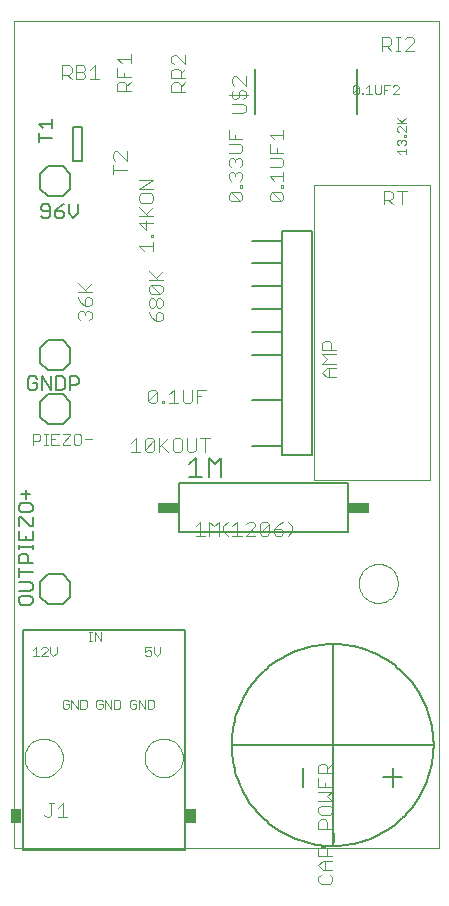
<source format=gto>
G75*
%MOIN*%
%OFA0B0*%
%FSLAX24Y24*%
%IPPOS*%
%LPD*%
%AMOC8*
5,1,8,0,0,1.08239X$1,22.5*
%
%ADD10C,0.0000*%
%ADD11C,0.0030*%
%ADD12C,0.0040*%
%ADD13C,0.0060*%
%ADD14C,0.0070*%
%ADD15R,0.0650X0.0320*%
%ADD16C,0.0050*%
%ADD17C,0.0080*%
%ADD18C,0.0010*%
%ADD19R,0.0364X0.0450*%
%ADD20C,0.0024*%
D10*
X000200Y001920D02*
X000200Y029479D01*
X014374Y029479D01*
X014374Y001920D01*
X000200Y001920D01*
X000560Y004920D02*
X000562Y004970D01*
X000568Y005020D01*
X000578Y005069D01*
X000591Y005118D01*
X000609Y005165D01*
X000630Y005211D01*
X000654Y005254D01*
X000682Y005296D01*
X000713Y005336D01*
X000747Y005373D01*
X000784Y005407D01*
X000824Y005438D01*
X000866Y005466D01*
X000909Y005490D01*
X000955Y005511D01*
X001002Y005529D01*
X001051Y005542D01*
X001100Y005552D01*
X001150Y005558D01*
X001200Y005560D01*
X001250Y005558D01*
X001300Y005552D01*
X001349Y005542D01*
X001398Y005529D01*
X001445Y005511D01*
X001491Y005490D01*
X001534Y005466D01*
X001576Y005438D01*
X001616Y005407D01*
X001653Y005373D01*
X001687Y005336D01*
X001718Y005296D01*
X001746Y005254D01*
X001770Y005211D01*
X001791Y005165D01*
X001809Y005118D01*
X001822Y005069D01*
X001832Y005020D01*
X001838Y004970D01*
X001840Y004920D01*
X001838Y004870D01*
X001832Y004820D01*
X001822Y004771D01*
X001809Y004722D01*
X001791Y004675D01*
X001770Y004629D01*
X001746Y004586D01*
X001718Y004544D01*
X001687Y004504D01*
X001653Y004467D01*
X001616Y004433D01*
X001576Y004402D01*
X001534Y004374D01*
X001491Y004350D01*
X001445Y004329D01*
X001398Y004311D01*
X001349Y004298D01*
X001300Y004288D01*
X001250Y004282D01*
X001200Y004280D01*
X001150Y004282D01*
X001100Y004288D01*
X001051Y004298D01*
X001002Y004311D01*
X000955Y004329D01*
X000909Y004350D01*
X000866Y004374D01*
X000824Y004402D01*
X000784Y004433D01*
X000747Y004467D01*
X000713Y004504D01*
X000682Y004544D01*
X000654Y004586D01*
X000630Y004629D01*
X000609Y004675D01*
X000591Y004722D01*
X000578Y004771D01*
X000568Y004820D01*
X000562Y004870D01*
X000560Y004920D01*
X004560Y004920D02*
X004562Y004970D01*
X004568Y005020D01*
X004578Y005069D01*
X004591Y005118D01*
X004609Y005165D01*
X004630Y005211D01*
X004654Y005254D01*
X004682Y005296D01*
X004713Y005336D01*
X004747Y005373D01*
X004784Y005407D01*
X004824Y005438D01*
X004866Y005466D01*
X004909Y005490D01*
X004955Y005511D01*
X005002Y005529D01*
X005051Y005542D01*
X005100Y005552D01*
X005150Y005558D01*
X005200Y005560D01*
X005250Y005558D01*
X005300Y005552D01*
X005349Y005542D01*
X005398Y005529D01*
X005445Y005511D01*
X005491Y005490D01*
X005534Y005466D01*
X005576Y005438D01*
X005616Y005407D01*
X005653Y005373D01*
X005687Y005336D01*
X005718Y005296D01*
X005746Y005254D01*
X005770Y005211D01*
X005791Y005165D01*
X005809Y005118D01*
X005822Y005069D01*
X005832Y005020D01*
X005838Y004970D01*
X005840Y004920D01*
X005838Y004870D01*
X005832Y004820D01*
X005822Y004771D01*
X005809Y004722D01*
X005791Y004675D01*
X005770Y004629D01*
X005746Y004586D01*
X005718Y004544D01*
X005687Y004504D01*
X005653Y004467D01*
X005616Y004433D01*
X005576Y004402D01*
X005534Y004374D01*
X005491Y004350D01*
X005445Y004329D01*
X005398Y004311D01*
X005349Y004298D01*
X005300Y004288D01*
X005250Y004282D01*
X005200Y004280D01*
X005150Y004282D01*
X005100Y004288D01*
X005051Y004298D01*
X005002Y004311D01*
X004955Y004329D01*
X004909Y004350D01*
X004866Y004374D01*
X004824Y004402D01*
X004784Y004433D01*
X004747Y004467D01*
X004713Y004504D01*
X004682Y004544D01*
X004654Y004586D01*
X004630Y004629D01*
X004609Y004675D01*
X004591Y004722D01*
X004578Y004771D01*
X004568Y004820D01*
X004562Y004870D01*
X004560Y004920D01*
X011702Y010735D02*
X011704Y010785D01*
X011710Y010835D01*
X011720Y010885D01*
X011733Y010933D01*
X011750Y010981D01*
X011771Y011027D01*
X011795Y011071D01*
X011823Y011113D01*
X011854Y011153D01*
X011888Y011190D01*
X011925Y011225D01*
X011964Y011256D01*
X012005Y011285D01*
X012049Y011310D01*
X012095Y011332D01*
X012142Y011350D01*
X012190Y011364D01*
X012239Y011375D01*
X012289Y011382D01*
X012339Y011385D01*
X012390Y011384D01*
X012440Y011379D01*
X012490Y011370D01*
X012538Y011358D01*
X012586Y011341D01*
X012632Y011321D01*
X012677Y011298D01*
X012720Y011271D01*
X012760Y011241D01*
X012798Y011208D01*
X012833Y011172D01*
X012866Y011133D01*
X012895Y011092D01*
X012921Y011049D01*
X012944Y011004D01*
X012963Y010957D01*
X012978Y010909D01*
X012990Y010860D01*
X012998Y010810D01*
X013002Y010760D01*
X013002Y010710D01*
X012998Y010660D01*
X012990Y010610D01*
X012978Y010561D01*
X012963Y010513D01*
X012944Y010466D01*
X012921Y010421D01*
X012895Y010378D01*
X012866Y010337D01*
X012833Y010298D01*
X012798Y010262D01*
X012760Y010229D01*
X012720Y010199D01*
X012677Y010172D01*
X012632Y010149D01*
X012586Y010129D01*
X012538Y010112D01*
X012490Y010100D01*
X012440Y010091D01*
X012390Y010086D01*
X012339Y010085D01*
X012289Y010088D01*
X012239Y010095D01*
X012190Y010106D01*
X012142Y010120D01*
X012095Y010138D01*
X012049Y010160D01*
X012005Y010185D01*
X011964Y010214D01*
X011925Y010245D01*
X011888Y010280D01*
X011854Y010317D01*
X011823Y010357D01*
X011795Y010399D01*
X011771Y010443D01*
X011750Y010489D01*
X011733Y010537D01*
X011720Y010585D01*
X011710Y010635D01*
X011704Y010685D01*
X011702Y010735D01*
D11*
X013077Y025039D02*
X012981Y025136D01*
X013271Y025136D01*
X013271Y025232D02*
X013271Y025039D01*
X013222Y025334D02*
X013271Y025382D01*
X013271Y025479D01*
X013222Y025527D01*
X013174Y025527D01*
X013126Y025479D01*
X013126Y025430D01*
X013126Y025479D02*
X013077Y025527D01*
X013029Y025527D01*
X012981Y025479D01*
X012981Y025382D01*
X013029Y025334D01*
X013222Y025628D02*
X013222Y025677D01*
X013271Y025677D01*
X013271Y025628D01*
X013222Y025628D01*
X013271Y025776D02*
X013077Y025969D01*
X013029Y025969D01*
X012981Y025921D01*
X012981Y025824D01*
X013029Y025776D01*
X013271Y025776D02*
X013271Y025969D01*
X013271Y026070D02*
X012981Y026070D01*
X013126Y026119D02*
X013271Y026264D01*
X013174Y026070D02*
X012981Y026264D01*
X013028Y027045D02*
X012834Y027045D01*
X013028Y027238D01*
X013028Y027286D01*
X012979Y027335D01*
X012883Y027335D01*
X012834Y027286D01*
X012733Y027335D02*
X012539Y027335D01*
X012539Y027045D01*
X012438Y027093D02*
X012438Y027335D01*
X012539Y027190D02*
X012636Y027190D01*
X012438Y027093D02*
X012390Y027045D01*
X012293Y027045D01*
X012245Y027093D01*
X012245Y027335D01*
X012144Y027045D02*
X011950Y027045D01*
X012047Y027045D02*
X012047Y027335D01*
X011950Y027238D01*
X011851Y027093D02*
X011851Y027045D01*
X011803Y027045D01*
X011803Y027093D01*
X011851Y027093D01*
X011702Y027093D02*
X011653Y027045D01*
X011557Y027045D01*
X011508Y027093D01*
X011702Y027286D01*
X011702Y027093D01*
X011702Y027286D02*
X011653Y027335D01*
X011557Y027335D01*
X011508Y027286D01*
X011508Y027093D01*
X002811Y015546D02*
X002564Y015546D01*
X002443Y015669D02*
X002381Y015731D01*
X002258Y015731D01*
X002196Y015669D01*
X002196Y015422D01*
X002258Y015361D01*
X002381Y015361D01*
X002443Y015422D01*
X002443Y015669D01*
X002074Y015669D02*
X001827Y015422D01*
X001827Y015361D01*
X002074Y015361D01*
X002074Y015669D02*
X002074Y015731D01*
X001827Y015731D01*
X001706Y015731D02*
X001459Y015731D01*
X001459Y015361D01*
X001706Y015361D01*
X001583Y015546D02*
X001459Y015546D01*
X001337Y015731D02*
X001214Y015731D01*
X001275Y015731D02*
X001275Y015361D01*
X001214Y015361D02*
X001337Y015361D01*
X001092Y015546D02*
X001030Y015484D01*
X000845Y015484D01*
X000845Y015361D02*
X000845Y015731D01*
X001030Y015731D01*
X001092Y015669D01*
X001092Y015546D01*
D12*
X002418Y019516D02*
X002341Y019593D01*
X002341Y019747D01*
X002418Y019823D01*
X002494Y019823D01*
X002571Y019747D01*
X002648Y019823D01*
X002725Y019823D01*
X002801Y019747D01*
X002801Y019593D01*
X002725Y019516D01*
X002571Y019670D02*
X002571Y019747D01*
X002571Y019977D02*
X002418Y020130D01*
X002341Y020284D01*
X002341Y020437D02*
X002801Y020437D01*
X002648Y020437D02*
X002341Y020744D01*
X002571Y020514D02*
X002801Y020744D01*
X002725Y020284D02*
X002648Y020284D01*
X002571Y020207D01*
X002571Y019977D01*
X002725Y019977D01*
X002801Y020053D01*
X002801Y020207D01*
X002725Y020284D01*
X004380Y021973D02*
X004841Y021973D01*
X004841Y021820D02*
X004841Y022126D01*
X004841Y022280D02*
X004764Y022280D01*
X004764Y022357D01*
X004841Y022357D01*
X004841Y022280D01*
X004841Y022740D02*
X004380Y022740D01*
X004610Y022510D01*
X004610Y022817D01*
X004687Y022970D02*
X004380Y023277D01*
X004457Y023431D02*
X004764Y023431D01*
X004841Y023508D01*
X004841Y023661D01*
X004764Y023738D01*
X004457Y023738D01*
X004380Y023661D01*
X004380Y023508D01*
X004457Y023431D01*
X004380Y023891D02*
X004841Y024198D01*
X004380Y024198D01*
X004380Y023891D02*
X004841Y023891D01*
X004841Y023277D02*
X004610Y023047D01*
X004380Y022970D02*
X004841Y022970D01*
X004380Y021973D02*
X004534Y021820D01*
X004703Y021157D02*
X005010Y020850D01*
X004933Y020927D02*
X005163Y021157D01*
X005163Y020850D02*
X004703Y020850D01*
X004780Y020697D02*
X005087Y020390D01*
X005163Y020467D01*
X005163Y020620D01*
X005087Y020697D01*
X004780Y020697D01*
X004703Y020620D01*
X004703Y020467D01*
X004780Y020390D01*
X005087Y020390D01*
X005087Y020236D02*
X005163Y020160D01*
X005163Y020006D01*
X005087Y019930D01*
X005010Y019930D01*
X004933Y020006D01*
X004933Y020160D01*
X005010Y020236D01*
X005087Y020236D01*
X004933Y020160D02*
X004857Y020236D01*
X004780Y020236D01*
X004703Y020160D01*
X004703Y020006D01*
X004780Y019930D01*
X004857Y019930D01*
X004933Y020006D01*
X005010Y019776D02*
X004933Y019699D01*
X004933Y019469D01*
X005087Y019469D01*
X005163Y019546D01*
X005163Y019699D01*
X005087Y019776D01*
X005010Y019776D01*
X004780Y019623D02*
X004933Y019469D01*
X004780Y019623D02*
X004703Y019776D01*
X004761Y017196D02*
X004914Y017196D01*
X004991Y017119D01*
X004684Y016812D01*
X004761Y016736D01*
X004914Y016736D01*
X004991Y016812D01*
X004991Y017119D01*
X005144Y016812D02*
X005221Y016812D01*
X005221Y016736D01*
X005144Y016736D01*
X005144Y016812D01*
X005375Y016736D02*
X005682Y016736D01*
X005528Y016736D02*
X005528Y017196D01*
X005375Y017043D01*
X005835Y017196D02*
X005835Y016812D01*
X005912Y016736D01*
X006065Y016736D01*
X006142Y016812D01*
X006142Y017196D01*
X006295Y017196D02*
X006295Y016736D01*
X006295Y016966D02*
X006449Y016966D01*
X006295Y017196D02*
X006602Y017196D01*
X006574Y015577D02*
X006574Y015116D01*
X006267Y015193D02*
X006267Y015577D01*
X006420Y015577D02*
X006727Y015577D01*
X006267Y015193D02*
X006190Y015116D01*
X006037Y015116D01*
X005960Y015193D01*
X005960Y015577D01*
X005806Y015500D02*
X005806Y015193D01*
X005730Y015116D01*
X005576Y015116D01*
X005499Y015193D01*
X005499Y015500D01*
X005576Y015577D01*
X005730Y015577D01*
X005806Y015500D01*
X005346Y015577D02*
X005039Y015270D01*
X005116Y015347D02*
X005346Y015116D01*
X005039Y015116D02*
X005039Y015577D01*
X004886Y015500D02*
X004886Y015193D01*
X004809Y015116D01*
X004655Y015116D01*
X004579Y015193D01*
X004886Y015500D01*
X004809Y015577D01*
X004655Y015577D01*
X004579Y015500D01*
X004579Y015193D01*
X004425Y015116D02*
X004118Y015116D01*
X004272Y015116D02*
X004272Y015577D01*
X004118Y015423D01*
X004684Y016812D02*
X004684Y017119D01*
X004761Y017196D01*
X006418Y012789D02*
X006418Y012329D01*
X006571Y012329D02*
X006264Y012329D01*
X006264Y012636D02*
X006418Y012789D01*
X006725Y012789D02*
X006725Y012329D01*
X006878Y012636D02*
X007032Y012789D01*
X007032Y012329D01*
X007185Y012482D02*
X007185Y012636D01*
X007339Y012789D01*
X007492Y012636D02*
X007645Y012789D01*
X007645Y012329D01*
X007492Y012329D02*
X007799Y012329D01*
X007952Y012329D02*
X008259Y012636D01*
X008259Y012713D01*
X008183Y012789D01*
X008029Y012789D01*
X007952Y012713D01*
X007952Y012329D02*
X008259Y012329D01*
X008413Y012406D02*
X008413Y012713D01*
X008489Y012789D01*
X008643Y012789D01*
X008720Y012713D01*
X008413Y012406D01*
X008489Y012329D01*
X008643Y012329D01*
X008720Y012406D01*
X008720Y012713D01*
X008873Y012559D02*
X008873Y012406D01*
X008950Y012329D01*
X009103Y012329D01*
X009180Y012406D01*
X009180Y012482D01*
X009103Y012559D01*
X008873Y012559D01*
X009027Y012713D01*
X009180Y012789D01*
X009334Y012789D02*
X009487Y012636D01*
X009487Y012482D01*
X009334Y012329D01*
X007339Y012329D02*
X007185Y012482D01*
X006878Y012636D02*
X006725Y012789D01*
X010638Y017605D02*
X010484Y017758D01*
X010638Y017911D01*
X010945Y017911D01*
X010945Y018065D02*
X010484Y018065D01*
X010638Y018218D01*
X010484Y018372D01*
X010945Y018372D01*
X010945Y018525D02*
X010484Y018525D01*
X010484Y018756D01*
X010561Y018832D01*
X010714Y018832D01*
X010791Y018756D01*
X010791Y018525D01*
X010714Y017911D02*
X010714Y017605D01*
X010638Y017605D02*
X010945Y017605D01*
X012529Y023367D02*
X012529Y023827D01*
X012759Y023827D01*
X012836Y023750D01*
X012836Y023597D01*
X012759Y023520D01*
X012529Y023520D01*
X012682Y023520D02*
X012836Y023367D01*
X012989Y023827D02*
X013296Y023827D01*
X013143Y023827D02*
X013143Y023367D01*
X013087Y028485D02*
X012934Y028485D01*
X013011Y028485D02*
X013011Y028945D01*
X013087Y028945D02*
X012934Y028945D01*
X012780Y028869D02*
X012780Y028715D01*
X012704Y028638D01*
X012474Y028638D01*
X012627Y028638D02*
X012780Y028485D01*
X012780Y028869D02*
X012704Y028945D01*
X012474Y028945D01*
X012474Y028485D01*
X013241Y028485D02*
X013548Y028792D01*
X013548Y028869D01*
X013471Y028945D01*
X013318Y028945D01*
X013241Y028869D01*
X013241Y028485D02*
X013548Y028485D01*
X009192Y025847D02*
X009192Y025540D01*
X009192Y025693D02*
X008732Y025693D01*
X008885Y025540D01*
X008732Y025386D02*
X008732Y025079D01*
X009192Y025079D01*
X009115Y024926D02*
X008732Y024926D01*
X008732Y024619D02*
X009115Y024619D01*
X009192Y024696D01*
X009192Y024849D01*
X009115Y024926D01*
X008962Y025079D02*
X008962Y025233D01*
X009192Y024465D02*
X009192Y024159D01*
X009192Y024312D02*
X008732Y024312D01*
X008885Y024159D01*
X008809Y023775D02*
X009115Y023468D01*
X009192Y023545D01*
X009192Y023698D01*
X009115Y023775D01*
X008809Y023775D01*
X008732Y023698D01*
X008732Y023545D01*
X008809Y023468D01*
X009115Y023468D01*
X009115Y023928D02*
X009115Y024005D01*
X009192Y024005D01*
X009192Y023928D01*
X009115Y023928D01*
X007822Y023928D02*
X007822Y024005D01*
X007745Y024005D01*
X007745Y023928D01*
X007822Y023928D01*
X007745Y023775D02*
X007822Y023698D01*
X007822Y023545D01*
X007745Y023468D01*
X007438Y023775D01*
X007745Y023775D01*
X007745Y023468D02*
X007438Y023468D01*
X007362Y023545D01*
X007362Y023698D01*
X007438Y023775D01*
X007438Y024159D02*
X007362Y024235D01*
X007362Y024389D01*
X007438Y024465D01*
X007515Y024465D01*
X007592Y024389D01*
X007669Y024465D01*
X007745Y024465D01*
X007822Y024389D01*
X007822Y024235D01*
X007745Y024159D01*
X007592Y024312D02*
X007592Y024389D01*
X007745Y024619D02*
X007822Y024696D01*
X007822Y024849D01*
X007745Y024926D01*
X007669Y024926D01*
X007592Y024849D01*
X007592Y024772D01*
X007592Y024849D02*
X007515Y024926D01*
X007438Y024926D01*
X007362Y024849D01*
X007362Y024696D01*
X007438Y024619D01*
X007362Y025079D02*
X007745Y025079D01*
X007822Y025156D01*
X007822Y025309D01*
X007745Y025386D01*
X007362Y025386D01*
X007362Y025540D02*
X007362Y025847D01*
X007362Y025540D02*
X007822Y025540D01*
X007592Y025540D02*
X007592Y025693D01*
X007468Y026411D02*
X007852Y026411D01*
X007928Y026488D01*
X007928Y026641D01*
X007852Y026718D01*
X007468Y026718D01*
X007545Y026871D02*
X007468Y026948D01*
X007468Y027101D01*
X007545Y027178D01*
X007545Y027332D02*
X007468Y027408D01*
X007468Y027562D01*
X007545Y027639D01*
X007621Y027639D01*
X007928Y027332D01*
X007928Y027639D01*
X007852Y027178D02*
X007775Y027178D01*
X007698Y027101D01*
X007698Y026948D01*
X007621Y026871D01*
X007545Y026871D01*
X007391Y027025D02*
X008005Y027025D01*
X007928Y027101D02*
X007852Y027178D01*
X007928Y027101D02*
X007928Y026948D01*
X007852Y026871D01*
X005919Y027127D02*
X005459Y027127D01*
X005459Y027357D01*
X005536Y027434D01*
X005689Y027434D01*
X005766Y027357D01*
X005766Y027127D01*
X005766Y027280D02*
X005919Y027434D01*
X005919Y027587D02*
X005459Y027587D01*
X005459Y027817D01*
X005536Y027894D01*
X005689Y027894D01*
X005766Y027817D01*
X005766Y027587D01*
X005766Y027740D02*
X005919Y027894D01*
X005919Y028047D02*
X005612Y028354D01*
X005536Y028354D01*
X005459Y028278D01*
X005459Y028124D01*
X005536Y028047D01*
X005919Y028047D02*
X005919Y028354D01*
X004108Y028374D02*
X004108Y028067D01*
X004108Y028221D02*
X003648Y028221D01*
X003801Y028067D01*
X003648Y027914D02*
X003648Y027607D01*
X004108Y027607D01*
X004108Y027453D02*
X003955Y027300D01*
X003955Y027376D02*
X003955Y027146D01*
X004108Y027146D02*
X003648Y027146D01*
X003648Y027376D01*
X003725Y027453D01*
X003878Y027453D01*
X003955Y027376D01*
X003878Y027607D02*
X003878Y027760D01*
X003052Y027540D02*
X002745Y027540D01*
X002898Y027540D02*
X002898Y028000D01*
X002745Y027847D01*
X002591Y027847D02*
X002591Y027924D01*
X002515Y028000D01*
X002284Y028000D01*
X002284Y027540D01*
X002515Y027540D01*
X002591Y027617D01*
X002591Y027693D01*
X002515Y027770D01*
X002284Y027770D01*
X002131Y027770D02*
X002131Y027924D01*
X002054Y028000D01*
X001824Y028000D01*
X001824Y027540D01*
X001824Y027693D02*
X002054Y027693D01*
X002131Y027770D01*
X001977Y027693D02*
X002131Y027540D01*
X002515Y027770D02*
X002591Y027847D01*
X003582Y025139D02*
X003505Y025062D01*
X003505Y024909D01*
X003582Y024832D01*
X003505Y024678D02*
X003505Y024371D01*
X003505Y024525D02*
X003966Y024525D01*
X003966Y024832D02*
X003659Y025139D01*
X003582Y025139D01*
X003966Y025139D02*
X003966Y024832D01*
X010427Y004712D02*
X010350Y004635D01*
X010350Y004405D01*
X010810Y004405D01*
X010657Y004405D02*
X010657Y004635D01*
X010580Y004712D01*
X010427Y004712D01*
X010657Y004559D02*
X010810Y004712D01*
X010810Y004252D02*
X010810Y003945D01*
X010350Y003945D01*
X010350Y004252D01*
X010580Y004098D02*
X010580Y003945D01*
X010810Y003791D02*
X010350Y003791D01*
X010350Y003484D02*
X010810Y003484D01*
X010657Y003638D01*
X010810Y003791D01*
X010734Y003331D02*
X010427Y003331D01*
X010350Y003254D01*
X010350Y003101D01*
X010427Y003024D01*
X010734Y003024D01*
X010810Y003101D01*
X010810Y003254D01*
X010734Y003331D01*
X010580Y002871D02*
X010427Y002871D01*
X010350Y002794D01*
X010350Y002564D01*
X010810Y002564D01*
X010657Y002564D02*
X010657Y002794D01*
X010580Y002871D01*
X010887Y002410D02*
X010887Y002103D01*
X010657Y001873D02*
X010657Y001643D01*
X010810Y001643D02*
X010350Y001643D01*
X010350Y001873D01*
X010427Y001950D01*
X010580Y001950D01*
X010657Y001873D01*
X010580Y001489D02*
X010580Y001182D01*
X010503Y001182D02*
X010350Y001336D01*
X010503Y001489D01*
X010810Y001489D01*
X010810Y001182D02*
X010503Y001182D01*
X010427Y001029D02*
X010350Y000952D01*
X010350Y000799D01*
X010427Y000722D01*
X010734Y000722D01*
X010810Y000799D01*
X010810Y000952D01*
X010734Y001029D01*
X001988Y002940D02*
X001681Y002940D01*
X001834Y002940D02*
X001834Y003401D01*
X001681Y003247D01*
X001527Y003401D02*
X001374Y003401D01*
X001451Y003401D02*
X001451Y003017D01*
X001374Y002940D01*
X001297Y002940D01*
X001220Y003017D01*
D13*
X001328Y010035D02*
X001078Y010285D01*
X001078Y010785D01*
X001328Y011035D01*
X001828Y011035D01*
X002078Y010785D01*
X002078Y010285D01*
X001828Y010035D01*
X001328Y010035D01*
X001328Y016042D02*
X001078Y016292D01*
X001078Y016792D01*
X001328Y017042D01*
X001828Y017042D01*
X002078Y016792D01*
X002078Y016292D01*
X001828Y016042D01*
X001328Y016042D01*
X001328Y017834D02*
X001078Y018084D01*
X001078Y018584D01*
X001328Y018834D01*
X001828Y018834D01*
X002078Y018584D01*
X002078Y018084D01*
X001828Y017834D01*
X001328Y017834D01*
X001328Y023641D02*
X001828Y023641D01*
X002078Y023891D01*
X002078Y024391D01*
X001828Y024641D01*
X001328Y024641D01*
X001078Y024391D01*
X001078Y023891D01*
X001328Y023641D01*
X002180Y024821D02*
X002480Y024821D01*
X002480Y025961D01*
X002180Y025961D01*
X002180Y024821D01*
X005693Y014076D02*
X005693Y012442D01*
X011346Y012442D01*
X011346Y014076D01*
X005693Y014076D01*
D14*
X006054Y014294D02*
X006475Y014294D01*
X006264Y014294D02*
X006264Y014924D01*
X006054Y014714D01*
X006699Y014924D02*
X006699Y014294D01*
X006909Y014714D02*
X007119Y014924D01*
X007119Y014294D01*
X006909Y014714D02*
X006699Y014924D01*
D15*
X005344Y013259D03*
X011694Y013259D03*
D16*
X010141Y015001D02*
X009141Y015001D01*
X009141Y015322D01*
X009141Y016842D01*
X009141Y018361D01*
X009141Y019121D01*
X009141Y019881D01*
X009141Y020641D01*
X009141Y021401D01*
X009141Y022161D01*
X009141Y022481D01*
X010141Y022481D01*
X010141Y015001D01*
X009141Y015322D02*
X008153Y015322D01*
X008153Y016842D02*
X009141Y016842D01*
X009141Y018361D02*
X008153Y018361D01*
X008153Y019121D02*
X009141Y019121D01*
X009141Y019881D02*
X008153Y019881D01*
X008153Y020641D02*
X009141Y020641D01*
X009141Y021401D02*
X008153Y021401D01*
X008153Y022161D02*
X009141Y022161D01*
X002334Y023067D02*
X002334Y023368D01*
X002334Y023067D02*
X002184Y022917D01*
X002034Y023067D01*
X002034Y023368D01*
X001873Y023368D02*
X001723Y023293D01*
X001573Y023143D01*
X001798Y023143D01*
X001873Y023067D01*
X001873Y022992D01*
X001798Y022917D01*
X001648Y022917D01*
X001573Y022992D01*
X001573Y023143D01*
X001413Y023143D02*
X001188Y023143D01*
X001113Y023218D01*
X001113Y023293D01*
X001188Y023368D01*
X001338Y023368D01*
X001413Y023293D01*
X001413Y022992D01*
X001338Y022917D01*
X001188Y022917D01*
X001113Y022992D01*
X001027Y025447D02*
X001027Y025747D01*
X001027Y025597D02*
X001478Y025597D01*
X001478Y025907D02*
X001478Y026207D01*
X001478Y026057D02*
X001027Y026057D01*
X001178Y025907D01*
X001140Y017639D02*
X001440Y017189D01*
X001440Y017639D01*
X001600Y017639D02*
X001826Y017639D01*
X001901Y017564D01*
X001901Y017264D01*
X001826Y017189D01*
X001600Y017189D01*
X001600Y017639D01*
X001140Y017639D02*
X001140Y017189D01*
X000980Y017264D02*
X000980Y017414D01*
X000830Y017414D01*
X000980Y017264D02*
X000905Y017189D01*
X000755Y017189D01*
X000680Y017264D01*
X000680Y017564D01*
X000755Y017639D01*
X000905Y017639D01*
X000980Y017564D01*
X002061Y017639D02*
X002061Y017189D01*
X002061Y017339D02*
X002286Y017339D01*
X002361Y017414D01*
X002361Y017564D01*
X002286Y017639D01*
X002061Y017639D01*
X000608Y013859D02*
X000608Y013559D01*
X000458Y013709D02*
X000758Y013709D01*
X000758Y013399D02*
X000458Y013399D01*
X000383Y013324D01*
X000383Y013174D01*
X000458Y013099D01*
X000758Y013099D01*
X000833Y013174D01*
X000833Y013324D01*
X000758Y013399D01*
X000833Y012939D02*
X000833Y012638D01*
X000758Y012638D01*
X000458Y012939D01*
X000383Y012939D01*
X000383Y012638D01*
X000383Y012478D02*
X000383Y012178D01*
X000833Y012178D01*
X000833Y012478D01*
X000608Y012328D02*
X000608Y012178D01*
X000833Y012021D02*
X000833Y011871D01*
X000833Y011946D02*
X000383Y011946D01*
X000383Y011871D02*
X000383Y012021D01*
X000458Y011711D02*
X000383Y011636D01*
X000383Y011411D01*
X000833Y011411D01*
X000683Y011411D02*
X000683Y011636D01*
X000608Y011711D01*
X000458Y011711D01*
X000383Y011251D02*
X000383Y010950D01*
X000383Y011100D02*
X000833Y011100D01*
X000758Y010790D02*
X000383Y010790D01*
X000383Y010490D02*
X000758Y010490D01*
X000833Y010565D01*
X000833Y010715D01*
X000758Y010790D01*
X000758Y010330D02*
X000458Y010330D01*
X000383Y010255D01*
X000383Y010105D01*
X000458Y010030D01*
X000758Y010030D01*
X000833Y010105D01*
X000833Y010255D01*
X000758Y010330D01*
X007492Y005346D02*
X014169Y005346D01*
X007466Y005346D02*
X007468Y005461D01*
X007474Y005577D01*
X007484Y005692D01*
X007498Y005807D01*
X007515Y005921D01*
X007537Y006034D01*
X007563Y006147D01*
X007592Y006258D01*
X007625Y006369D01*
X007662Y006478D01*
X007703Y006587D01*
X007748Y006693D01*
X007796Y006798D01*
X007847Y006901D01*
X007902Y007003D01*
X007961Y007102D01*
X008023Y007200D01*
X008088Y007295D01*
X008157Y007388D01*
X008228Y007479D01*
X008303Y007567D01*
X008381Y007652D01*
X008462Y007735D01*
X008545Y007815D01*
X008631Y007892D01*
X008720Y007966D01*
X008811Y008037D01*
X008904Y008104D01*
X009000Y008169D01*
X009098Y008230D01*
X009198Y008288D01*
X009300Y008342D01*
X009404Y008393D01*
X009509Y008440D01*
X009616Y008483D01*
X009725Y008523D01*
X009835Y008559D01*
X009945Y008592D01*
X010057Y008620D01*
X010170Y008645D01*
X010284Y008665D01*
X010398Y008682D01*
X010513Y008695D01*
X010628Y008704D01*
X010743Y008709D01*
X010859Y008710D01*
X010974Y008707D01*
X011090Y008700D01*
X011205Y008689D01*
X011319Y008674D01*
X011433Y008655D01*
X011546Y008633D01*
X011659Y008606D01*
X011770Y008576D01*
X011881Y008542D01*
X011990Y008504D01*
X012097Y008462D01*
X012204Y008417D01*
X012308Y008368D01*
X012411Y008315D01*
X012512Y008259D01*
X012611Y008200D01*
X012708Y008137D01*
X012803Y008071D01*
X012895Y008002D01*
X012985Y007929D01*
X013072Y007854D01*
X013157Y007775D01*
X013239Y007694D01*
X013318Y007610D01*
X013395Y007523D01*
X013468Y007434D01*
X013538Y007342D01*
X013605Y007248D01*
X013668Y007151D01*
X013729Y007053D01*
X013786Y006952D01*
X013839Y006850D01*
X013889Y006746D01*
X013935Y006640D01*
X013978Y006533D01*
X014017Y006424D01*
X014052Y006314D01*
X014083Y006203D01*
X014111Y006091D01*
X014134Y005977D01*
X014154Y005864D01*
X014170Y005749D01*
X014182Y005634D01*
X014190Y005519D01*
X014194Y005404D01*
X014194Y005288D01*
X014190Y005173D01*
X014182Y005058D01*
X014170Y004943D01*
X014154Y004828D01*
X014134Y004715D01*
X014111Y004601D01*
X014083Y004489D01*
X014052Y004378D01*
X014017Y004268D01*
X013978Y004159D01*
X013935Y004052D01*
X013889Y003946D01*
X013839Y003842D01*
X013786Y003740D01*
X013729Y003639D01*
X013668Y003541D01*
X013605Y003444D01*
X013538Y003350D01*
X013468Y003258D01*
X013395Y003169D01*
X013318Y003082D01*
X013239Y002998D01*
X013157Y002917D01*
X013072Y002838D01*
X012985Y002763D01*
X012895Y002690D01*
X012803Y002621D01*
X012708Y002555D01*
X012611Y002492D01*
X012512Y002433D01*
X012411Y002377D01*
X012308Y002324D01*
X012204Y002275D01*
X012097Y002230D01*
X011990Y002188D01*
X011881Y002150D01*
X011770Y002116D01*
X011659Y002086D01*
X011546Y002059D01*
X011433Y002037D01*
X011319Y002018D01*
X011205Y002003D01*
X011090Y001992D01*
X010974Y001985D01*
X010859Y001982D01*
X010743Y001983D01*
X010628Y001988D01*
X010513Y001997D01*
X010398Y002010D01*
X010284Y002027D01*
X010170Y002047D01*
X010057Y002072D01*
X009945Y002100D01*
X009835Y002133D01*
X009725Y002169D01*
X009616Y002209D01*
X009509Y002252D01*
X009404Y002299D01*
X009300Y002350D01*
X009198Y002404D01*
X009098Y002462D01*
X009000Y002523D01*
X008904Y002588D01*
X008811Y002655D01*
X008720Y002726D01*
X008631Y002800D01*
X008545Y002877D01*
X008462Y002957D01*
X008381Y003040D01*
X008303Y003125D01*
X008228Y003213D01*
X008157Y003304D01*
X008088Y003397D01*
X008023Y003492D01*
X007961Y003590D01*
X007902Y003689D01*
X007847Y003791D01*
X007796Y003894D01*
X007748Y003999D01*
X007703Y004105D01*
X007662Y004214D01*
X007625Y004323D01*
X007592Y004434D01*
X007563Y004545D01*
X007537Y004658D01*
X007515Y004771D01*
X007498Y004885D01*
X007484Y005000D01*
X007474Y005115D01*
X007468Y005231D01*
X007466Y005346D01*
X010830Y008684D02*
X010830Y002007D01*
D17*
X000493Y001857D02*
X000493Y009180D01*
X005908Y009180D01*
X005908Y001857D01*
X000493Y001857D01*
X009830Y003965D02*
X009830Y004579D01*
X012523Y004272D02*
X013137Y004272D01*
X012830Y003965D02*
X012830Y004579D01*
X011643Y026393D02*
X011643Y026590D01*
X011643Y027889D01*
X008254Y027889D02*
X008254Y026590D01*
X008254Y026393D01*
D18*
X003109Y009111D02*
X003109Y008800D01*
X002902Y009111D01*
X002902Y008800D01*
X002809Y008800D02*
X002705Y008800D01*
X002757Y008800D02*
X002757Y009111D01*
X002705Y009111D02*
X002809Y009111D01*
X003007Y006861D02*
X002955Y006809D01*
X002955Y006602D01*
X003007Y006550D01*
X003111Y006550D01*
X003162Y006602D01*
X003162Y006706D01*
X003059Y006706D01*
X003162Y006809D02*
X003111Y006861D01*
X003007Y006861D01*
X003250Y006861D02*
X003250Y006550D01*
X003457Y006550D02*
X003250Y006861D01*
X003457Y006861D02*
X003457Y006550D01*
X003545Y006550D02*
X003545Y006861D01*
X003700Y006861D01*
X003752Y006809D01*
X003752Y006602D01*
X003700Y006550D01*
X003545Y006550D01*
X004080Y006602D02*
X004132Y006550D01*
X004236Y006550D01*
X004287Y006602D01*
X004287Y006706D01*
X004184Y006706D01*
X004287Y006809D02*
X004236Y006861D01*
X004132Y006861D01*
X004080Y006809D01*
X004080Y006602D01*
X004375Y006550D02*
X004375Y006861D01*
X004582Y006550D01*
X004582Y006861D01*
X004670Y006861D02*
X004825Y006861D01*
X004877Y006809D01*
X004877Y006602D01*
X004825Y006550D01*
X004670Y006550D01*
X004670Y006861D01*
X004632Y008300D02*
X004580Y008352D01*
X004632Y008300D02*
X004736Y008300D01*
X004787Y008352D01*
X004787Y008456D01*
X004736Y008507D01*
X004684Y008507D01*
X004580Y008456D01*
X004580Y008611D01*
X004787Y008611D01*
X004875Y008611D02*
X004875Y008404D01*
X004978Y008300D01*
X005082Y008404D01*
X005082Y008611D01*
X002627Y006809D02*
X002575Y006861D01*
X002420Y006861D01*
X002420Y006550D01*
X002575Y006550D01*
X002627Y006602D01*
X002627Y006809D01*
X002332Y006861D02*
X002332Y006550D01*
X002125Y006861D01*
X002125Y006550D01*
X002037Y006602D02*
X002037Y006706D01*
X001934Y006706D01*
X002037Y006809D02*
X001986Y006861D01*
X001882Y006861D01*
X001830Y006809D01*
X001830Y006602D01*
X001882Y006550D01*
X001986Y006550D01*
X002037Y006602D01*
X001523Y008300D02*
X001627Y008404D01*
X001627Y008611D01*
X001420Y008611D02*
X001420Y008404D01*
X001523Y008300D01*
X001332Y008300D02*
X001125Y008300D01*
X001332Y008507D01*
X001332Y008559D01*
X001280Y008611D01*
X001177Y008611D01*
X001125Y008559D01*
X000934Y008611D02*
X000934Y008300D01*
X001037Y008300D02*
X000830Y008300D01*
X000830Y008507D02*
X000934Y008611D01*
D19*
X000282Y002986D03*
X006119Y002986D03*
D20*
X010224Y014188D02*
X010224Y024031D01*
X014074Y024031D01*
X014074Y014188D01*
X010224Y014188D01*
M02*

</source>
